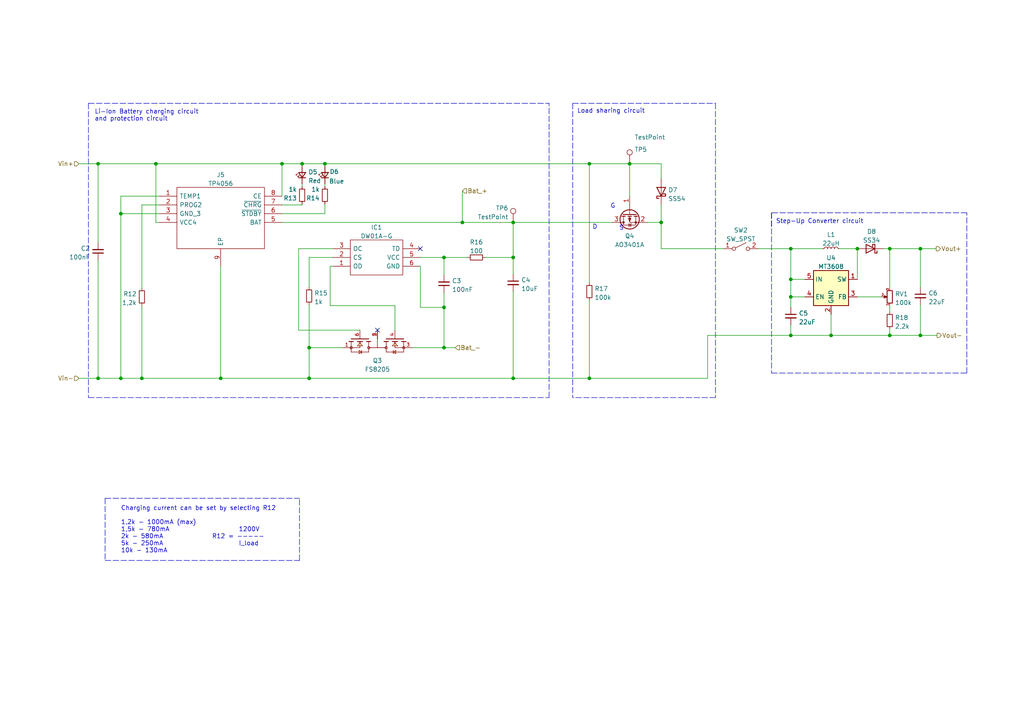
<source format=kicad_sch>
(kicad_sch (version 20211123) (generator eeschema)
  (paper "A4")
  (title_block (title "Wireless Call System") (date "2022-10-29") (rev "1") (comment 1 "Design: Thomas Landauer"))
  (lib_symbols
    (symbol "Connector:TestPoint" (pin_numbers hide) (pin_names (offset 0.762) hide)
      (property "Reference" "TP" (at 0 6.858 0))
      (property "Value" "TestPoint" (at 0 5.08 0))
      (symbol "TestPoint_0_1"
        (circle (center 0 3.302) (radius 0.762))
      )
      (symbol "TestPoint_1_1"
        (pin passive line (at 0 0 90) (length 2.54) (name "1") (number "1"))
      )
    )
    (symbol "Device:C_Small" (pin_numbers hide) (pin_names (offset 0.254) hide)
      (property "Reference" "C" (at 0.254 1.778 0))
      (property "Value" "C_Small" (at 0.254 -2.032 0))
      (symbol "C_Small_0_1"
        (polyline (pts (xy -1.524 -0.508) (xy 1.524 -0.508)) (stroke (width 0.3302)))
        (polyline (pts (xy -1.524 0.508) (xy 1.524 0.508)) (stroke (width 0.3048)))
      )
      (symbol "C_Small_1_1"
        (pin passive line (at 0 2.54 270) (length 2.032) (name "~") (number "1"))
        (pin passive line (at 0 -2.54 90) (length 2.032) (name "~") (number "2"))
      )
    )
    (symbol "Device:D_Schottky" (pin_numbers hide) (pin_names (offset 1.016) hide)
      (property "Reference" "D" (at 0 2.54 0))
      (property "Value" "D_Schottky" (at 0 -2.54 0))
      (symbol "D_Schottky_0_1"
        (polyline (pts (xy 1.27 0) (xy -1.27 0)))
        (polyline (pts (xy 1.27 1.27) (xy 1.27 -1.27) (xy -1.27 0) (xy 1.27 1.27)) (stroke (width 0.254)))
        (polyline (pts (xy -1.905 0.635) (xy -1.905 1.27) (xy -1.27 1.27) (xy -1.27 -1.27) (xy -0.635 -1.27) (xy -0.635 -0.635)) (stroke (width 0.254)))
      )
      (symbol "D_Schottky_1_1"
        (pin passive line (at -3.81 0 0) (length 2.54) (name "K") (number "1"))
        (pin passive line (at 3.81 0 180) (length 2.54) (name "A") (number "2"))
      )
    )
    (symbol "Device:LED_Small" (pin_numbers hide) (pin_names (offset 0.254) hide)
      (property "Reference" "D" (at -1.27 3.175 0))
      (property "Value" "LED_Small" (at -4.445 -2.54 0))
      (symbol "LED_Small_0_1"
        (polyline (pts (xy -0.762 -1.016) (xy -0.762 1.016)) (stroke (width 0.254)))
        (polyline (pts (xy 1.016 0) (xy -0.762 0)))
        (polyline (pts (xy 0.762 -1.016) (xy -0.762 0) (xy 0.762 1.016) (xy 0.762 -1.016)) (stroke (width 0.254)))
        (polyline (pts (xy 0 0.762) (xy -0.508 1.27) (xy -0.254 1.27) (xy -0.508 1.27) (xy -0.508 1.016)))
        (polyline (pts (xy 0.508 1.27) (xy 0 1.778) (xy 0.254 1.778) (xy 0 1.778) (xy 0 1.524)))
      )
      (symbol "LED_Small_1_1"
        (pin passive line (at -2.54 0 0) (length 1.778) (name "K") (number "1"))
        (pin passive line (at 2.54 0 180) (length 1.778) (name "A") (number "2"))
      )
    )
    (symbol "Device:L_Small" (pin_numbers hide) (pin_names (offset 0.254) hide)
      (property "Reference" "L" (at 0.762 1.016 0))
      (property "Value" "L_Small" (at 0.762 -1.016 0))
      (symbol "L_Small_0_1"
        (arc (start 0 -2.032) (mid 0.508 -1.524) (end 0 -1.016))
        (arc (start 0 -1.016) (mid 0.508 -0.508) (end 0 0))
        (arc (start 0 0) (mid 0.508 0.508) (end 0 1.016))
        (arc (start 0 1.016) (mid 0.508 1.524) (end 0 2.032))
      )
      (symbol "L_Small_1_1"
        (pin passive line (at 0 2.54 270) (length 0.508) (name "~") (number "1"))
        (pin passive line (at 0 -2.54 90) (length 0.508) (name "~") (number "2"))
      )
    )
    (symbol "Device:R_Potentiometer_Small" (pin_names (offset 1.016) hide)
      (property "Reference" "RV" (at -4.445 0 90))
      (property "Value" "R_Potentiometer_Small" (at -2.54 0 90))
      (symbol "R_Potentiometer_Small_0_1"
        (polyline (pts (xy 0.889 0) (xy 0.635 0) (xy 1.651 0.381) (xy 1.651 -0.381) (xy 0.635 0) (xy 0.889 0)) (fill (type outline)))
        (rectangle (start 0.762 1.8034) (end -0.762 -1.8034) (stroke (width 0.254)))
      )
      (symbol "R_Potentiometer_Small_1_1"
        (pin passive line (at 0 2.54 270) (length 0.635) (name "1") (number "1"))
        (pin passive line (at 2.54 0 180) (length 0.9906) (name "2") (number "2"))
        (pin passive line (at 0 -2.54 90) (length 0.635) (name "3") (number "3"))
      )
    )
    (symbol "Device:R_Small" (pin_numbers hide) (pin_names (offset 0.254) hide)
      (property "Reference" "R" (at 0.762 0.508 0))
      (property "Value" "R_Small" (at 0.762 -1.016 0))
      (symbol "R_Small_0_1"
        (rectangle (start -0.762 1.778) (end 0.762 -1.778) (stroke (width 0.2032)))
      )
      (symbol "R_Small_1_1"
        (pin passive line (at 0 2.54 270) (length 0.762) (name "~") (number "1"))
        (pin passive line (at 0 -2.54 90) (length 0.762) (name "~") (number "2"))
      )
    )
    (symbol "Diode:B140-E3" (pin_numbers hide) (pin_names hide)
      (property "Reference" "D" (at 0 2.54 0))
      (property "Value" "B140-E3" (at 0 -2.54 0))
      (symbol "B140-E3_0_1"
        (polyline (pts (xy 1.27 0) (xy -1.27 0)))
        (polyline (pts (xy 1.27 1.27) (xy 1.27 -1.27) (xy -1.27 0) (xy 1.27 1.27)) (stroke (width 0.254)))
        (polyline (pts (xy -1.905 0.635) (xy -1.905 1.27) (xy -1.27 1.27) (xy -1.27 -1.27) (xy -0.635 -1.27) (xy -0.635 -0.635)) (stroke (width 0.254)))
      )
      (symbol "B140-E3_1_1"
        (pin passive line (at -3.81 0 0) (length 2.54) (name "K") (number "1"))
        (pin passive line (at 3.81 0 180) (length 2.54) (name "A") (number "2"))
      )
    )
    (symbol "Regulator_Switching:MT3608"
      (property "Reference" "U" (at -2.54 8.89 0))
      (property "Value" "MT3608" (at -3.81 6.35 0))
      (symbol "MT3608_0_1"
        (rectangle (start -5.08 5.08) (end 5.08 -5.08) (stroke (width 0.254)) (fill (type background)))
      )
      (symbol "MT3608_1_1"
        (pin passive line (at 7.62 2.54 180) (length 2.54) (name "SW") (number "1"))
        (pin power_in line (at 0 -7.62 90) (length 2.54) (name "GND") (number "2"))
        (pin input line (at 7.62 -2.54 180) (length 2.54) (name "FB") (number "3"))
        (pin input line (at -7.62 -2.54 0) (length 2.54) (name "EN") (number "4"))
        (pin power_in line (at -7.62 2.54 0) (length 2.54) (name "IN") (number "5"))
        (pin no_connect line (at 5.08 0 180) (length 2.54) hide (name "NC") (number "6"))
      )
    )
    (symbol "Switch:SW_SPST" (pin_names (offset 0) hide)
      (property "Reference" "SW" (at 0 3.175 0))
      (property "Value" "SW_SPST" (at 0 -2.54 0))
      (symbol "SW_SPST_0_0"
        (circle (center -2.032 0) (radius 0.508))
        (polyline (pts (xy -1.524 0.254) (xy 1.524 1.778)))
        (circle (center 2.032 0) (radius 0.508))
      )
      (symbol "SW_SPST_1_1"
        (pin passive line (at -5.08 0 0) (length 2.54) (name "A") (number "1"))
        (pin passive line (at 5.08 0 180) (length 2.54) (name "B") (number "2"))
      )
    )
    (symbol "Transistor_FET:AO3401A" (pin_names hide)
      (property "Reference" "Q" (at 5.08 1.905 0))
      (property "Value" "AO3401A" (at 5.08 0 0))
      (symbol "AO3401A_0_1"
        (polyline (pts (xy 0.254 0) (xy -2.54 0)))
        (polyline (pts (xy 0.254 1.905) (xy 0.254 -1.905)) (stroke (width 0.254)))
        (polyline (pts (xy 0.762 -1.27) (xy 0.762 -2.286)) (stroke (width 0.254)))
        (polyline (pts (xy 0.762 0.508) (xy 0.762 -0.508)) (stroke (width 0.254)))
        (polyline (pts (xy 0.762 2.286) (xy 0.762 1.27)) (stroke (width 0.254)))
        (polyline (pts (xy 2.54 2.54) (xy 2.54 1.778)))
        (polyline (pts (xy 2.54 -2.54) (xy 2.54 0) (xy 0.762 0)))
        (polyline (pts (xy 0.762 1.778) (xy 3.302 1.778) (xy 3.302 -1.778) (xy 0.762 -1.778)))
        (polyline (pts (xy 2.286 0) (xy 1.27 0.381) (xy 1.27 -0.381) (xy 2.286 0)) (fill (type outline)))
        (polyline (pts (xy 2.794 -0.508) (xy 2.921 -0.381) (xy 3.683 -0.381) (xy 3.81 -0.254)))
        (polyline (pts (xy 3.302 -0.381) (xy 2.921 0.254) (xy 3.683 0.254) (xy 3.302 -0.381)))
        (circle (center 1.651 0) (radius 2.794) (stroke (width 0.254)))
        (circle (center 2.54 -1.778) (radius 0.254) (fill (type outline)))
        (circle (center 2.54 1.778) (radius 0.254) (fill (type outline)))
      )
      (symbol "AO3401A_1_1"
        (pin input line (at -5.08 0 0) (length 2.54) (name "G") (number "1"))
        (pin passive line (at 2.54 -5.08 90) (length 2.54) (name "S") (number "2"))
        (pin passive line (at 2.54 5.08 270) (length 2.54) (name "D") (number "3"))
      )
    )
    (symbol "project_library:DW01A-G" (pin_names (offset 0.762))
      (property "Reference" "IC" (at 21.59 7.62 0))
      (property "Value" "DW01A-G" (at 21.59 5.08 0))
      (property "LCSC" "C61503" (at 0 0 0))
      (symbol "DW01A-G_0_0"
        (pin passive line (at 0 0 0) (length 5.08) (name "OD") (number "1"))
        (pin passive line (at 0 -2.54 0) (length 5.08) (name "CS") (number "2"))
        (pin passive line (at 0 -5.08 0) (length 5.08) (name "OC") (number "3"))
        (pin passive line (at 25.4 -5.08 180) (length 5.08) (name "TD") (number "4"))
        (pin passive line (at 25.4 -2.54 180) (length 5.08) (name "VCC") (number "5"))
        (pin passive line (at 25.4 0 180) (length 5.08) (name "GND") (number "6"))
      )
      (symbol "DW01A-G_0_1"
        (polyline (pts (xy 5.08 2.54) (xy 20.32 2.54) (xy 20.32 -7.62) (xy 5.08 -7.62) (xy 5.08 2.54)) (stroke (width 0.1524)))
      )
    )
    (symbol "project_library:FS8205" (pin_names (offset 1.016) hide)
      (property "Reference" "Q" (at 2.54 2.286 0))
      (property "Value" "FS8205" (at 2.54 -2.032 0))
      (property "LCSC" "C908265" (at 0 0 0))
      (symbol "FS8205_0_0"
        (circle (center 0 -7.62) (radius 0.3556))
        (circle (center 0 -2.54) (radius 0.3556))
        (polyline (pts (xy -2.54 -2.54) (xy -2.54 -7.62)) (stroke (width 0.254)))
        (polyline (pts (xy -2.54 0) (xy 0 0)) (stroke (width 0.1524)))
        (polyline (pts (xy -2.54 2.54) (xy -2.54 7.62)) (stroke (width 0.254)))
        (polyline (pts (xy -1.778 -7.62) (xy -1.778 -8.255)) (stroke (width 0.254)))
        (polyline (pts (xy -1.778 -6.985) (xy -1.778 -7.62)) (stroke (width 0.254)))
        (polyline (pts (xy -1.778 -5.08) (xy -1.778 -5.842)) (stroke (width 0.254)))
        (polyline (pts (xy -1.778 -5.08) (xy 0 -5.08)) (stroke (width 0.1524)))
        (polyline (pts (xy -1.778 -4.318) (xy -1.778 -5.08)) (stroke (width 0.254)))
        (polyline (pts (xy -1.778 -2.54) (xy -1.778 -3.175)) (stroke (width 0.254)))
        (polyline (pts (xy -1.778 -2.54) (xy 0 -2.54)) (stroke (width 0.1524)))
        (polyline (pts (xy -1.778 -1.905) (xy -1.778 -2.54)) (stroke (width 0.254)))
        (polyline (pts (xy -1.778 1.905) (xy -1.778 2.54)) (stroke (width 0.254)))
        (polyline (pts (xy -1.778 2.54) (xy -1.778 3.175)) (stroke (width 0.254)))
        (polyline (pts (xy -1.778 2.54) (xy 0 2.54)) (stroke (width 0.1524)))
        (polyline (pts (xy -1.778 4.318) (xy -1.778 5.08)) (stroke (width 0.254)))
        (polyline (pts (xy -1.778 5.08) (xy -1.778 5.842)) (stroke (width 0.254)))
        (polyline (pts (xy -1.778 5.08) (xy 0 5.08)) (stroke (width 0.1524)))
        (polyline (pts (xy -1.778 6.985) (xy -1.778 7.62)) (stroke (width 0.254)))
        (polyline (pts (xy -1.778 7.62) (xy -1.778 8.255)) (stroke (width 0.254)))
        (polyline (pts (xy 0 -7.62) (xy -1.778 -7.62)) (stroke (width 0.1524)))
        (polyline (pts (xy 0 -7.62) (xy 1.27 -7.62)) (stroke (width 0.1524)))
        (polyline (pts (xy 0 -5.08) (xy 0 -7.62)) (stroke (width 0.1524)))
        (polyline (pts (xy 0 -2.54) (xy 1.27 -2.54)) (stroke (width 0.1524)))
        (polyline (pts (xy 0 0) (xy 0 -2.54)) (stroke (width 0.1778)))
        (polyline (pts (xy 0 2.54) (xy 0 0)) (stroke (width 0.1778)))
        (polyline (pts (xy 0 2.54) (xy 1.27 2.54)) (stroke (width 0.1524)))
        (polyline (pts (xy 0 5.08) (xy 0 7.62)) (stroke (width 0.1524)))
        (polyline (pts (xy 0 7.62) (xy -1.778 7.62)) (stroke (width 0.1524)))
        (polyline (pts (xy 0 7.62) (xy 1.27 7.62)) (stroke (width 0.1524)))
        (polyline (pts (xy 1.27 -4.572) (xy 0.762 -4.572)) (stroke (width 0.1524)))
        (polyline (pts (xy 1.27 -4.572) (xy 1.27 -7.62)) (stroke (width 0.1524)))
        (polyline (pts (xy 1.27 -2.54) (xy 1.27 -4.572)) (stroke (width 0.1524)))
        (polyline (pts (xy 1.27 2.54) (xy 1.27 4.572)) (stroke (width 0.1524)))
        (polyline (pts (xy 1.27 4.572) (xy 0.762 4.572)) (stroke (width 0.1524)))
        (polyline (pts (xy 1.27 4.572) (xy 1.27 7.62)) (stroke (width 0.1524)))
        (polyline (pts (xy 1.778 -4.572) (xy 1.27 -4.572)) (stroke (width 0.1524)))
        (polyline (pts (xy 1.778 4.572) (xy 1.27 4.572)) (stroke (width 0.1524)))
        (polyline (pts (xy -1.524 -5.08) (xy -0.508 -4.318) (xy -0.508 -5.842) (xy -1.524 -5.08)) (stroke (width 0.1524)) (fill (type background)))
        (polyline (pts (xy -1.524 5.08) (xy -0.508 4.318) (xy -0.508 5.842) (xy -1.524 5.08)) (stroke (width 0.1524)) (fill (type background)))
        (polyline (pts (xy 1.27 -4.572) (xy 0.762 -5.334) (xy 1.778 -5.334) (xy 1.27 -4.572)) (stroke (width 0.1524)) (fill (type background)))
        (polyline (pts (xy 1.27 4.572) (xy 0.762 5.334) (xy 1.778 5.334) (xy 1.27 4.572)) (stroke (width 0.1524)) (fill (type background)))
        (circle (center 0 2.54) (radius 0.3556))
        (circle (center 0 7.62) (radius 0.3556))
        (pin passive line (at 0 -10.16 90) (length 2.54) (name "~") (number "1"))
        (pin passive line (at -5.08 0 0) (length 2.54) (name "~") (number "2"))
        (pin passive line (at 0 10.16 270) (length 2.54) (name "~") (number "3"))
        (pin passive line (at -5.08 5.08 0) (length 2.54) (name "~") (number "4"))
        (pin passive line (at -5.08 0 0) (length 2.54) (name "~") (number "5"))
        (pin passive line (at -5.08 -5.08 0) (length 2.54) (name "~") (number "6"))
      )
    )
    (symbol "project_library:TP4056" (pin_names (offset 0.762))
      (property "Reference" "J" (at 31.75 7.62 0))
      (property "Value" "TP4056" (at 31.75 5.08 0))
      (property "LCSC" "C16581" (at 0 0 0))
      (symbol "TP4056_0_0"
        (pin passive line (at 0 0 0) (length 5.08) (name "TEMP1") (number "1"))
        (pin passive line (at 0 -2.54 0) (length 5.08) (name "PROG2") (number "2"))
        (pin passive line (at 0 -5.08 0) (length 5.08) (name "GND_3") (number "3"))
        (pin passive line (at 0 -7.62 0) (length 5.08) (name "VCC4") (number "4"))
        (pin passive line (at 35.56 -7.62 180) (length 5.08) (name "BAT") (number "5"))
        (pin passive line (at 35.56 -5.08 180) (length 5.08) (name "~{STDBY}") (number "6"))
        (pin passive line (at 35.56 -2.54 180) (length 5.08) (name "~{CHRG}") (number "7"))
        (pin passive line (at 35.56 0 180) (length 5.08) (name "CE") (number "8"))
        (pin passive line (at 17.78 -20.32 90) (length 5.08) (name "EP") (number "9"))
      )
      (symbol "TP4056_0_1"
        (polyline (pts (xy 5.08 2.54) (xy 30.48 2.54) (xy 30.48 -15.24) (xy 5.08 -15.24) (xy 5.08 2.54)) (stroke (width 0.1524)))
      )
    )
  )
  (junction (at 148.844 64.516))
  (junction (at 182.626 47.498))
  (junction (at 94.234 47.498))
  (junction (at 229.362 86.106))
  (junction (at 45.212 47.498))
  (junction (at 148.844 109.728))
  (junction (at 64.008 109.728))
  (junction (at 41.148 109.728))
  (junction (at 35.052 109.728))
  (junction (at 89.662 109.728))
  (junction (at 170.942 109.728))
  (junction (at 266.954 72.136))
  (junction (at 89.662 100.838))
  (junction (at 266.954 97.282))
  (junction (at 134.112 64.516))
  (junction (at 229.362 97.282))
  (junction (at 128.778 100.838))
  (junction (at 248.666 72.136))
  (junction (at 87.63 47.498))
  (junction (at 128.778 74.676))
  (junction (at 148.844 74.676))
  (junction (at 241.046 97.282))
  (junction (at 170.942 47.498))
  (junction (at 229.362 72.136))
  (junction (at 28.448 47.498))
  (junction (at 258.064 72.136))
  (junction (at 128.778 89.154))
  (junction (at 258.064 97.282))
  (junction (at 229.362 81.026))
  (junction (at 191.77 64.516))
  (junction (at 28.448 109.728))
  (junction (at 81.788 47.498))
  (junction (at 35.052 61.976))
  (no_connect (at 121.92 72.136))
  (no_connect (at 109.474 95.758))
  (wire (pts (xy 89.662 109.728) (xy 148.844 109.728)))
  (wire (pts (xy 187.706 64.516) (xy 191.77 64.516)))
  (wire (pts (xy 94.234 47.498) (xy 170.942 47.498)))
  (polyline (pts (xy 30.48 162.56) (xy 86.868 162.56)))
  (wire (pts (xy 28.448 47.498) (xy 45.212 47.498)))
  (wire (pts (xy 81.788 64.516) (xy 134.112 64.516)))
  (wire (pts (xy 41.148 59.436) (xy 46.228 59.436)))
  (wire (pts (xy 128.778 74.676) (xy 135.636 74.676)))
  (wire (pts (xy 148.844 74.676) (xy 148.844 79.502)))
  (polyline (pts (xy 223.774 61.722) (xy 223.774 66.04)))
  (wire (pts (xy 94.234 53.34) (xy 94.234 54.102)))
  (wire (pts (xy 258.064 72.136) (xy 258.064 83.566)))
  (polyline (pts (xy 25.654 29.972) (xy 159.258 29.972)))
  (wire (pts (xy 241.046 91.186) (xy 241.046 97.282)))
  (polyline (pts (xy 223.774 108.204) (xy 280.416 108.204)))
  (wire (pts (xy 128.778 84.836) (xy 128.778 89.154)))
  (wire (pts (xy 64.008 77.216) (xy 64.008 109.728)))
  (wire (pts (xy 229.362 81.026) (xy 229.362 86.106)))
  (wire (pts (xy 89.662 100.838) (xy 89.662 109.728)))
  (wire (pts (xy 266.954 72.136) (xy 266.954 83.312)))
  (wire (pts (xy 134.112 64.516) (xy 148.844 64.516)))
  (polyline (pts (xy 30.48 144.526) (xy 86.868 144.526)))
  (wire (pts (xy 258.064 72.136) (xy 266.954 72.136)))
  (wire (pts (xy 86.614 95.758) (xy 104.394 95.758)))
  (wire (pts (xy 89.662 88.392) (xy 89.662 100.838)))
  (wire (pts (xy 87.63 47.498) (xy 94.234 47.498)))
  (wire (pts (xy 140.716 74.676) (xy 148.844 74.676)))
  (wire (pts (xy 170.942 47.498) (xy 182.626 47.498)))
  (wire (pts (xy 233.426 86.106) (xy 229.362 86.106)))
  (wire (pts (xy 121.92 77.216) (xy 121.92 89.154)))
  (wire (pts (xy 87.63 47.498) (xy 87.63 48.26)))
  (wire (pts (xy 46.228 64.516) (xy 45.212 64.516)))
  (wire (pts (xy 134.112 55.372) (xy 134.112 64.516)))
  (wire (pts (xy 170.942 87.122) (xy 170.942 109.728)))
  (wire (pts (xy 148.844 109.728) (xy 170.942 109.728)))
  (wire (pts (xy 41.148 109.728) (xy 64.008 109.728)))
  (wire (pts (xy 89.662 100.838) (xy 99.314 100.838)))
  (wire (pts (xy 22.86 47.498) (xy 28.448 47.498)))
  (polyline (pts (xy 280.416 61.722) (xy 223.774 61.722)))
  (wire (pts (xy 209.804 72.136) (xy 191.77 72.136)))
  (wire (pts (xy 87.63 53.34) (xy 87.63 54.102)))
  (wire (pts (xy 35.052 56.896) (xy 35.052 61.976)))
  (wire (pts (xy 81.788 47.498) (xy 87.63 47.498)))
  (wire (pts (xy 248.666 72.136) (xy 248.666 81.026)))
  (wire (pts (xy 45.212 47.498) (xy 45.212 64.516)))
  (polyline (pts (xy 30.48 144.526) (xy 30.48 162.56)))
  (wire (pts (xy 28.448 75.438) (xy 28.448 109.728)))
  (wire (pts (xy 191.77 72.136) (xy 191.77 64.516)))
  (wire (pts (xy 148.844 64.516) (xy 148.844 74.676)))
  (wire (pts (xy 121.92 74.676) (xy 128.778 74.676)))
  (wire (pts (xy 182.626 47.498) (xy 182.626 56.896)))
  (wire (pts (xy 191.77 51.816) (xy 191.77 47.498)))
  (wire (pts (xy 271.526 72.136) (xy 266.954 72.136)))
  (polyline (pts (xy 159.258 115.316) (xy 159.258 29.972)))
  (wire (pts (xy 258.064 88.646) (xy 258.064 90.424)))
  (wire (pts (xy 35.052 56.896) (xy 46.228 56.896)))
  (wire (pts (xy 81.788 47.498) (xy 81.788 56.896)))
  (wire (pts (xy 229.362 97.282) (xy 205.232 97.282)))
  (wire (pts (xy 241.046 97.282) (xy 258.064 97.282)))
  (wire (pts (xy 86.614 72.136) (xy 86.614 95.758)))
  (wire (pts (xy 191.77 59.436) (xy 191.77 64.516)))
  (wire (pts (xy 28.448 47.498) (xy 28.448 70.358)))
  (wire (pts (xy 266.954 97.282) (xy 271.78 97.282)))
  (wire (pts (xy 87.63 59.436) (xy 87.63 59.182)))
  (wire (pts (xy 233.426 81.026) (xy 229.362 81.026)))
  (polyline (pts (xy 207.518 29.972) (xy 207.518 115.316)))
  (wire (pts (xy 95.758 77.216) (xy 95.758 88.646)))
  (polyline (pts (xy 223.774 61.722) (xy 223.774 108.204)))
  (wire (pts (xy 96.52 72.136) (xy 86.614 72.136)))
  (wire (pts (xy 248.666 86.106) (xy 255.524 86.106)))
  (wire (pts (xy 170.942 109.728) (xy 205.232 109.728)))
  (wire (pts (xy 219.964 72.136) (xy 229.362 72.136)))
  (wire (pts (xy 64.008 109.728) (xy 89.662 109.728)))
  (polyline (pts (xy 280.416 108.204) (xy 280.416 61.722)))
  (wire (pts (xy 205.232 97.282) (xy 205.232 109.728)))
  (wire (pts (xy 41.148 59.436) (xy 41.148 83.566)))
  (wire (pts (xy 89.662 74.676) (xy 89.662 83.312)))
  (polyline (pts (xy 166.116 29.972) (xy 166.116 115.316)))
  (polyline (pts (xy 25.654 29.972) (xy 25.654 115.316)))
  (polyline (pts (xy 25.654 115.316) (xy 159.258 115.316)))
  (wire (pts (xy 114.554 88.646) (xy 95.758 88.646)))
  (wire (pts (xy 35.052 109.728) (xy 41.148 109.728)))
  (wire (pts (xy 121.92 89.154) (xy 128.778 89.154)))
  (wire (pts (xy 96.52 77.216) (xy 95.758 77.216)))
  (wire (pts (xy 94.234 47.498) (xy 94.234 48.26)))
  (wire (pts (xy 89.662 74.676) (xy 96.52 74.676)))
  (wire (pts (xy 119.634 100.838) (xy 128.778 100.838)))
  (polyline (pts (xy 166.116 29.972) (xy 207.518 29.972)))
  (wire (pts (xy 35.052 61.976) (xy 35.052 109.728)))
  (wire (pts (xy 128.778 89.154) (xy 128.778 100.838)))
  (wire (pts (xy 35.052 61.976) (xy 46.228 61.976)))
  (wire (pts (xy 114.554 95.758) (xy 114.554 88.646)))
  (wire (pts (xy 266.954 97.282) (xy 258.064 97.282)))
  (wire (pts (xy 258.064 97.282) (xy 258.064 95.504)))
  (wire (pts (xy 148.844 64.516) (xy 177.546 64.516)))
  (wire (pts (xy 148.844 84.582) (xy 148.844 109.728)))
  (wire (pts (xy 229.362 72.136) (xy 229.362 81.026)))
  (wire (pts (xy 243.586 72.136) (xy 248.666 72.136)))
  (wire (pts (xy 229.362 94.234) (xy 229.362 97.282)))
  (wire (pts (xy 81.788 61.976) (xy 94.234 61.976)))
  (polyline (pts (xy 86.868 162.56) (xy 86.868 144.526)))
  (wire (pts (xy 22.86 109.728) (xy 28.448 109.728)))
  (wire (pts (xy 266.954 88.392) (xy 266.954 97.282)))
  (polyline (pts (xy 207.518 115.316) (xy 166.116 115.316)))
  (wire (pts (xy 128.778 79.756) (xy 128.778 74.676)))
  (wire (pts (xy 81.788 59.436) (xy 87.63 59.436)))
  (wire (pts (xy 229.362 72.136) (xy 238.506 72.136)))
  (wire (pts (xy 256.286 72.136) (xy 258.064 72.136)))
  (wire (pts (xy 229.362 97.282) (xy 241.046 97.282)))
  (wire (pts (xy 28.448 109.728) (xy 35.052 109.728)))
  (wire (pts (xy 45.212 47.498) (xy 81.788 47.498)))
  (wire (pts (xy 182.626 47.498) (xy 191.77 47.498)))
  (wire (pts (xy 128.778 100.838) (xy 132.08 100.838)))
  (wire (pts (xy 170.942 47.498) (xy 170.942 82.042)))
  (wire (pts (xy 229.362 86.106) (xy 229.362 89.154)))
  (wire (pts (xy 94.234 61.976) (xy 94.234 59.182)))
  (wire (pts (xy 41.148 88.646) (xy 41.148 109.728)))
  (text "Load sharing circuit" (at 167.386 33.02 0) (effects (font (size 1.27 1.27)) (justify left bottom)))
  (text "G" (at 177.038 60.579 0) (effects (font (size 1.27 1.27)) (justify left bottom)))
  (text "Charging current can be set by selecting R12\n\n1,2k - 1000mA (max)\n1,5k - 780mA\n2k - 580mA\n5k - 250mA\n10k - 130mA" (at 35.052 160.528 0) (effects (font (size 1.27 1.27)) (justify left bottom)))
  (text "S" (at 179.578 66.929 0) (effects (font (size 1.27 1.27)) (justify left bottom)))
  (text "D" (at 171.831 66.675 0) (effects (font (size 1.27 1.27)) (justify left bottom)))
  (text "Step-Up Converter circuit" (at 225.044 65.024 0) (effects (font (size 1.27 1.27)) (justify left bottom)))
  (text "Li-Ion Battery charging circuit\nand protection circuit" (at 27.432 35.306 0) (effects (font (size 1.27 1.27)) (justify left bottom)))
  (text "        1200V\nR12 = -----\n        I_load" (at 61.468 158.496 0) (effects (font (size 1.27 1.27)) (justify left bottom)))
  (hierarchical_label "Vout+" (shape output) (at 271.526 72.136 0))
  (hierarchical_label "Vin+" (shape input) (at 22.86 47.498 180))
  (hierarchical_label "Vout-" (shape output) (at 271.78 97.282 0))
  (hierarchical_label "Bat_-" (shape input) (at 132.08 100.838 0))
  (hierarchical_label "Bat_+" (shape input) (at 134.112 55.372 0))
  (hierarchical_label "Vin-" (shape input) (at 22.86 109.728 180))
  (symbol (lib_id "Transistor_FET:AO3401A") (at 182.626 61.976 90) (mirror x) (unit 1)
    (property "Reference" "Q4" (at 182.626 68.4514 90))
    (property "Value" "AO3401A" (at 182.626 70.9883 90))
    (property "Footprint" "Package_TO_SOT_SMD:SOT-23" (effects hide))
    (property "Datasheet" "http://www.aosmd.com/pdfs/datasheet/AO3401A.pdf" (effects hide))
    (property "LCSC" "C15127" (effects hide))
  )
  (symbol (lib_id "Connector:TestPoint") (at 182.626 47.498 0) (unit 1) (in_bom no)
    (property "Reference" "TP5" (at 184.023 43.3613 0) (effects (justify left)))
    (property "Value" "TestPoint" (at 184.023 39.8022 0) (effects (justify left)))
    (property "Footprint" "TestPoint:TestPoint_Pad_D1.0mm" (effects hide))
  )
  (symbol (lib_id "Device:R_Small") (at 258.064 92.964 0) (unit 1)
    (property "Reference" "R18" (at 259.5626 92.1293 0) (effects (justify left)))
    (property "Value" "2,2k" (at 259.5626 94.6662 0) (effects (justify left)))
    (property "Footprint" "Resistor_SMD:R_0805_2012Metric" (effects hide))
    (property "LCSC" "C17520 " (effects hide))
  )
  (symbol (lib_id "Device:LED_Small") (at 94.234 50.8 90) (unit 1)
    (property "Reference" "D6" (at 98.298 49.784 90) (effects (justify left)))
    (property "Value" "Blue" (at 99.822 52.578 90) (effects (justify left)))
    (property "Footprint" "LED_SMD:LED_0805_2012Metric" (effects hide))
    (property "LCSC" "C34499" (effects hide))
  )
  (symbol (lib_id "Device:C_Small") (at 266.954 85.852 0) (unit 1)
    (property "Reference" "C6" (at 269.2781 85.0236 0) (effects (justify left)))
    (property "Value" "22uF" (at 269.2781 87.5605 0) (effects (justify left)))
    (property "Footprint" "Capacitor_SMD:C_1206_3216Metric" (effects hide))
    (property "LCSC" "C12891" (effects hide))
  )
  (symbol (lib_id "Device:C_Small") (at 28.448 72.898 0) (mirror x) (unit 1)
    (property "Reference" "C2" (at 26.1239 72.0569 0) (effects (justify right)))
    (property "Value" "100nF" (at 26.1239 74.5938 0) (effects (justify right)))
    (property "Footprint" "Capacitor_SMD:C_0805_2012Metric" (effects hide))
    (property "LCSC" "C49678" (effects hide))
  )
  (symbol (lib_id "Device:R_Potentiometer_Small") (at 258.064 86.106 180) (unit 1)
    (property "Reference" "RV1" (at 259.588 85.2713 0) (effects (justify right)))
    (property "Value" "100k" (at 259.588 87.8082 0) (effects (justify right)))
    (property "Footprint" "Potentiometer_THT:Potentiometer_Bourns_3296W_Vertical" (effects hide))
    (property "LCSC" "C118963" (effects hide))
  )
  (symbol (lib_id "Device:C_Small") (at 229.362 91.694 0) (unit 1)
    (property "Reference" "C5" (at 231.6861 90.8656 0) (effects (justify left)))
    (property "Value" "22uF" (at 231.6861 93.4025 0) (effects (justify left)))
    (property "Footprint" "Capacitor_SMD:C_1206_3216Metric" (effects hide))
    (property "LCSC" "C12891" (effects hide))
  )
  (symbol (lib_id "Switch:SW_SPST") (at 214.884 72.136 0) (unit 1)
    (property "Reference" "SW2" (at 214.884 66.7852 0))
    (property "Value" "SW_SPST" (at 214.884 69.3221 0))
    (property "Footprint" "Connector_PinHeader_2.54mm:PinHeader_1x02_P2.54mm_Vertical" (effects hide))
    (property "LCSC" "C234182" (effects hide))
  )
  (symbol (lib_id "Device:R_Small") (at 87.63 56.642 0) (mirror x) (unit 1)
    (property "Reference" "R13" (at 86.1314 57.4767 0) (effects (justify right)))
    (property "Value" "1k" (at 86.1314 54.9398 0) (effects (justify right)))
    (property "Footprint" "Resistor_SMD:R_0805_2012Metric" (effects hide))
    (property "LCSC" "C17513" (effects hide))
  )
  (symbol (lib_id "Device:R_Small") (at 94.234 56.642 180) (unit 1)
    (property "Reference" "R14" (at 92.7354 57.4767 0) (effects (justify left)))
    (property "Value" "1k" (at 92.7354 54.9398 0) (effects (justify left)))
    (property "Footprint" "Resistor_SMD:R_0805_2012Metric" (effects hide))
    (property "LCSC" "C17513" (effects hide))
  )
  (symbol (lib_id "project_library:TP4056") (at 46.228 56.896 0) (unit 1)
    (property "Reference" "J5" (at 64.008 50.707 0))
    (property "Value" "TP4056" (at 64.008 53.2439 0))
    (property "Footprint" "project_library:SOP127P600X175-9N" (effects hide))
    (property "Datasheet" "https://dlnmh9ip6v2uc.cloudfront.net/datasheets/Prototyping/TP4056.pdf" (effects hide))
    (property "Description" "1A Standalone Linear Li-lon Battery Charger, SOP-8" (effects hide))
    (property "Height" "1.75" (effects hide))
    (property "Manufacturer_Name" "NanJing Top Power" (effects hide))
    (property "Manufacturer_Part_Number" "TP4056" (effects hide))
    (property "LCSC" "C16581" (effects hide))
  )
  (symbol (lib_id "Device:D_Schottky") (at 252.476 72.136 180) (unit 1)
    (property "Reference" "D8" (at 252.7935 67.1662 0))
    (property "Value" "SS34" (at 252.7935 69.7031 0))
    (property "Footprint" "Diode_SMD:D_SMA" (effects hide))
    (property "LCSC" "C8678" (effects hide))
  )
  (symbol (lib_id "Device:R_Small") (at 41.148 86.106 0) (mirror x) (unit 1)
    (property "Reference" "R12" (at 39.6495 85.2713 0) (effects (justify right)))
    (property "Value" "1,2k" (at 39.6495 87.8082 0) (effects (justify right)))
    (property "Footprint" "Resistor_SMD:R_0805_2012Metric" (effects hide))
    (property "LCSC" "C17379" (effects hide))
  )
  (symbol (lib_id "Device:R_Small") (at 170.942 84.582 0) (unit 1)
    (property "Reference" "R17" (at 172.4406 83.7473 0) (effects (justify left)))
    (property "Value" "100k" (at 172.4406 86.2842 0) (effects (justify left)))
    (property "Footprint" "Resistor_SMD:R_0805_2012Metric" (effects hide))
  )
  (symbol (lib_id "Connector:TestPoint") (at 148.844 64.516 0) (mirror y) (unit 1) (in_bom no)
    (property "Reference" "TP6" (at 147.447 60.3793 0) (effects (justify left)))
    (property "Value" "TestPoint" (at 147.447 62.9162 0) (effects (justify left)))
    (property "Footprint" "TestPoint:TestPoint_Pad_D1.0mm" (effects hide))
  )
  (symbol (lib_id "Diode:B140-E3") (at 191.77 55.626 90) (unit 1)
    (property "Reference" "D7" (at 193.802 55.1088 90) (effects (justify right)))
    (property "Value" "SS54" (at 193.802 57.6457 90) (effects (justify right)))
    (property "Footprint" "Diode_SMD:D_SMA" (effects hide))
    (property "Datasheet" "http://www.vishay.com/docs/88946/b120.pdf" (effects hide))
    (property "LCSC" "C22452" (effects hide))
  )
  (symbol (lib_id "project_library:DW01A-G") (at 96.52 77.216 0) (mirror x) (unit 1)
    (property "Reference" "IC1" (at 109.22 65.947 0))
    (property "Value" "DW01A-G" (at 109.22 68.4839 0))
    (property "Footprint" "Package_TO_SOT_SMD:SOT-23-6" (effects hide))
    (property "Datasheet" "http://acoptex.com/uploads/DW01A.pdf" (effects hide))
    (property "Description" "One Cell Lithium-ion/Polymer Battery Protection IC" (effects hide))
    (property "Height" "1.35" (effects hide))
    (property "Manufacturer_Name" "Fortune Semiconductor Corporation" (effects hide))
    (property "Manufacturer_Part_Number" "DW01A-G" (effects hide))
    (property "LCSC" "C61503" (effects hide))
  )
  (symbol (lib_id "Device:C_Small") (at 148.844 82.042 0) (unit 1)
    (property "Reference" "C4" (at 151.1681 81.2136 0) (effects (justify left)))
    (property "Value" "10uF" (at 151.1681 83.7505 0) (effects (justify left)))
    (property "Footprint" "Capacitor_SMD:C_0805_2012Metric" (effects hide))
    (property "LCSC" "C15850" (effects hide))
  )
  (symbol (lib_id "Device:L_Small") (at 241.046 72.136 90) (unit 1)
    (property "Reference" "L1" (at 241.046 68.0552 90))
    (property "Value" "22uH" (at 241.046 70.5921 90))
    (property "Footprint" "project_library:SLO0630H" (effects hide))
    (property "LCSC" "C207843" (effects hide))
  )
  (symbol (lib_id "Device:R_Small") (at 89.662 85.852 180) (unit 1)
    (property "Reference" "R15" (at 91.1606 85.0173 0) (effects (justify right)))
    (property "Value" "1k" (at 91.1606 87.5542 0) (effects (justify right)))
    (property "Footprint" "Resistor_SMD:R_0805_2012Metric" (effects hide))
    (property "LCSC" "C17513" (effects hide))
  )
  (symbol (lib_id "Device:R_Small") (at 138.176 74.676 90) (unit 1)
    (property "Reference" "R16" (at 138.176 70.2396 90))
    (property "Value" "100" (at 138.176 72.7765 90))
    (property "Footprint" "Resistor_SMD:R_0805_2012Metric" (effects hide))
    (property "LCSC" "C17408" (effects hide))
  )
  (symbol (lib_id "Device:C_Small") (at 128.778 82.296 180) (unit 1)
    (property "Reference" "C3" (at 131.1021 81.4549 0) (effects (justify right)))
    (property "Value" "100nF" (at 131.1021 83.9918 0) (effects (justify right)))
    (property "Footprint" "Capacitor_SMD:C_0805_2012Metric" (effects hide))
    (property "LCSC" "C49678" (effects hide))
  )
  (symbol (lib_id "Device:LED_Small") (at 87.63 50.8 90) (unit 1)
    (property "Reference" "D5" (at 89.408 49.9018 90) (effects (justify right)))
    (property "Value" "Red" (at 89.408 52.4387 90) (effects (justify right)))
    (property "Footprint" "LED_SMD:LED_0805_2012Metric" (effects hide))
    (property "LCSC" "C84256" (effects hide))
  )
  (symbol (lib_id "Regulator_Switching:MT3608") (at 241.046 83.566 0) (unit 1)
    (property "Reference" "U4" (at 241.046 74.7862 0))
    (property "Value" "MT3608" (at 241.046 77.3231 0))
    (property "Footprint" "Package_TO_SOT_SMD:SOT-23-6" (effects hide))
    (property "Datasheet" "https://www.olimex.com/Products/Breadboarding/BB-PWR-3608/resources/MT3608.pdf" (effects hide))
    (property "LCSC" "C84817" (effects hide))
  )
  (symbol (lib_id "project_library:FS8205") (at 109.474 100.838 270) (unit 1)
    (property "Reference" "Q3" (at 109.474 104.5956 90))
    (property "Value" "FS8205" (at 109.474 107.1325 90))
    (property "Footprint" "Package_TO_SOT_SMD:SOT-23-6" (effects hide))
    (property "STANDARD" "IPC-7351B" (effects hide))
    (property "MAXIMUM_PACKAGE_HEIGHT" "1.45mm" (effects hide))
    (property "MANUFACTURER" "Fortune" (effects hide))
    (property "PARTREV" "1.9" (effects hide))
    (property "LCSC" "C908265" (effects hide))
  )
)
</source>
